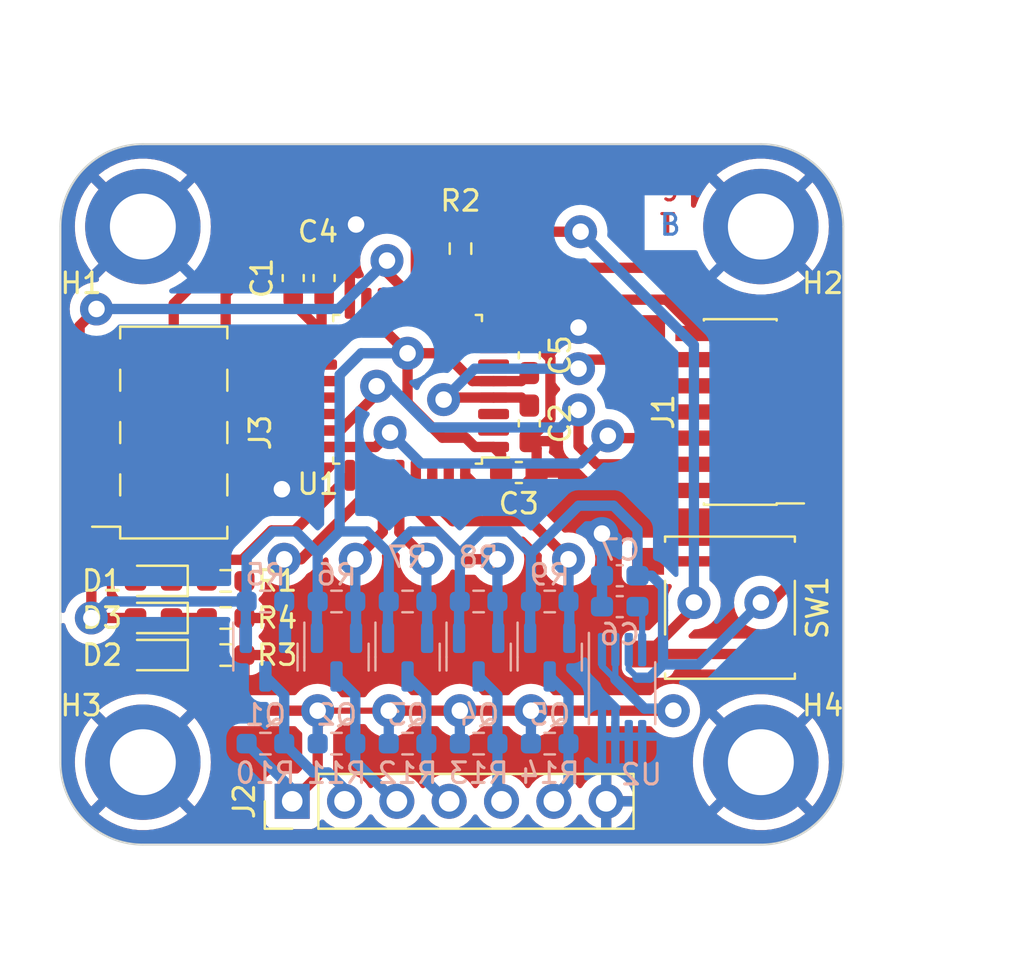
<source format=kicad_pcb>
(kicad_pcb (version 20221018) (generator pcbnew)
  (layers (0 "F.Cu" signal) (31 "B.Cu" signal) (34 "B.Paste" user) (35 "F.Paste" user) (36 "B.SilkS" user "B.Silkscreen") (37 "F.SilkS" user "F.Silkscreen") (38 "B.Mask" user) (39 "F.Mask" user) (44 "Edge.Cuts" user))
  (net 0 "")
  (net 1 "+5V-v0-")
  (net 2 "GND-v0-")
  (net 3 "+3.3V-v0-")
  (net 4 "Net-(D1-K)-v0-")
  (net 6 "Net-(D3-K)-v0-")
  (net 7 "Status_LED-v0-")
  (net 8 "Data_Clock_SNES-v0-")
  (net 9 "Data_Latch_SNES-v0-")
  (net 10 "Net-(D2-K)-v0-")
  (net 11 "Serial_Data1_SNES-v0-")
  (net 12 "Serial_Data2_SNES-v0-")
  (net 13 "SPI_Chip_Select-v0-")
  (net 14 "Chip_Enable-v0-")
  (net 15 "SPI_Digital_Input-v0-")
  (net 16 "SPI_Clock-v0-")
  (net 17 "SPI_Digital_Output-v0-")
  (net 18 "IOBit_SNES-v0-")
  (net 19 "Data_Clock_STM32-v0-")
  (net 20 "Data_Latch_STM32-v0-")
  (net 21 "Appairing_Btn-v0-")
  (net 22 "Net-(U2-BP)-v0-")
  (net 23 "SWDIO-v0-")
  (net 24 "SWDCK-v0-")
  (net 27 "NRST-v0-")
  (net 28 "USART2_RX-v0-")
  (net 29 "USART2_TX-v0-")
  (net 30 "Serial_Data1_STM32-v0-")
  (net 31 "IOBit_STM32-v0-")
  (net 32 "Serial_Data2_STM32-v0-")
  (footprint "Connector_PinSocket_2.54mm:PinSocket_2x04_P2.54mm_Vertical_SMD" (layer "F.Cu") (at 6.5 15 180)
    (fp_text reference "J3" (at -4.2 0 90) (layer "F.SilkS"))
    (fp_text value "Conn_01x08_Socket")
    (pad "1" smd rect (at 2.52 -3.81 180) (size 3 1) (layers "F.Cu" "F.Paste" "F.Mask") (net 3 "+3.3V-v0-"))
    (pad "2" smd rect (at -2.52 -3.81 180) (size 3 1) (layers "F.Cu" "F.Paste" "F.Mask") (net 2 "GND-v0-"))
    (pad "3" smd rect (at 2.52 -1.27 180) (size 3 1) (layers "F.Cu" "F.Paste" "F.Mask") (net 13 "SPI_Chip_Select-v0-"))
    (pad "4" smd rect (at -2.52 -1.27 180) (size 3 1) (layers "F.Cu" "F.Paste" "F.Mask") (net 14 "Chip_Enable-v0-"))
    (pad "5" smd rect (at 2.52 1.27 180) (size 3 1) (layers "F.Cu" "F.Paste" "F.Mask") (net 17 "SPI_Digital_Output-v0-"))
    (pad "6" smd rect (at -2.52 1.27 180) (size 3 1) (layers "F.Cu" "F.Paste" "F.Mask") (net 16 "SPI_Clock-v0-"))
    (pad "7" smd rect (at 2.52 3.81 180) (size 3 1) (layers "F.Cu" "F.Paste" "F.Mask"))
    (pad "8" smd rect (at -2.52 3.81 180) (size 3 1) (layers "F.Cu" "F.Paste" "F.Mask") (net 15 "SPI_Digital_Input-v0-"))
  )
  (footprint "Capacitor_SMD:C_0603_1608Metric_Pad1.08x0.95mm_HandSolder" (layer "F.Cu") (at 12.3 7.5 90)
    (fp_text reference "C1" (at 0 -1.52 90) (layer "F.SilkS"))
    (fp_text value "10u")
    (pad "1" smd roundrect (at -0.8625 0 90) (size 1.075 0.95) (layers "F.Cu" "F.Paste" "F.Mask") (net 3 "+3.3V-v0-"))
    (pad "2" smd roundrect (at 0.8625 0 90) (size 1.075 0.95) (layers "F.Cu" "F.Paste" "F.Mask") (net 2 "GND-v0-"))
  )
  (footprint "Resistor_SMD:R_0603_1608Metric_Pad0.98x0.95mm_HandSolder" (layer "F.Cu") (at 9.01875 25.8)
    (fp_text reference "R3" (at 2.5 0) (layer "F.SilkS"))
    (fp_text value "1k")
    (pad "1" smd roundrect (at -0.9125 0) (size 0.975 0.95) (layers "F.Cu" "F.Paste" "F.Mask") (net 10 "Net-(D2-K)-v0-"))
    (pad "2" smd roundrect (at 0.9125 0) (size 0.975 0.95) (layers "F.Cu" "F.Paste" "F.Mask") (net 2 "GND-v0-"))
  )
  (footprint "Diode_SMD:D_0603_1608Metric_Pad1.05x0.95mm_HandSolder" (layer "F.Cu") (at 5.51875 22.2 180)
    (fp_text reference "D1" (at 2.5 0) (layer "F.SilkS"))
    (fp_text value "LED_Small")
    (pad "1" smd roundrect (at -0.875 0 180) (size 1.05 0.95) (layers "F.Cu" "F.Paste" "F.Mask") (net 4 "Net-(D1-K)-v0-"))
    (pad "2" smd roundrect (at 0.875 0 180) (size 1.05 0.95) (layers "F.Cu" "F.Paste" "F.Mask") (net 7 "Status_LED-v0-"))
  )
  (footprint "Resistor_SMD:R_0603_1608Metric_Pad0.98x0.95mm_HandSolder" (layer "F.Cu") (at 20.42 6.07 90)
    (fp_text reference "R2" (at 2.32 0 180) (layer "F.SilkS"))
    (fp_text value "10k")
    (pad "1" smd roundrect (at -0.9125 0 90) (size 0.975 0.95) (layers "F.Cu" "F.Paste" "F.Mask") (net 21 "Appairing_Btn-v0-"))
    (pad "2" smd roundrect (at 0.9125 0 90) (size 0.975 0.95) (layers "F.Cu" "F.Paste" "F.Mask") (net 2 "GND-v0-"))
  )
  (footprint "MountingHole:MountingHole_3.2mm_M3_DIN965_Pad" (layer "F.Cu") (at 35 5)
    (fp_text reference "H2" (at 3 2.75) (layer "F.SilkS"))
    (fp_text value "MountingHole_Pad")
    (pad "1" thru_hole circle (at 0 0) (size 5.6 5.6) (drill 3.2) (layers "*.Cu" "*.Mask") (net 2 "GND-v0-"))
  )
  (footprint "Package_QFP:LQFP-32_7x7mm_P0.8mm" (layer "F.Cu") (at 17.85 12.9 180)
    (fp_text reference "U1" (at 4.35 -4.6) (layer "F.SilkS"))
    (fp_text value "STM32L412KBTx")
    (pad "1" smd roundrect (at -4.175 -2.8 180) (size 1.5 0.5) (layers "F.Cu" "F.Paste" "F.Mask") (net 3 "+3.3V-v0-"))
    (pad "2" smd roundrect (at -4.175 -2 180) (size 1.5 0.5) (layers "F.Cu" "F.Paste" "F.Mask"))
    (pad "3" smd roundrect (at -4.175 -1.2 180) (size 1.5 0.5) (layers "F.Cu" "F.Paste" "F.Mask"))
    (pad "4" smd roundrect (at -4.175 -0.4 180) (size 1.5 0.5) (layers "F.Cu" "F.Paste" "F.Mask") (net 27 "NRST-v0-"))
    (pad "5" smd roundrect (at -4.175 0.4 180) (size 1.5 0.5) (layers "F.Cu" "F.Paste" "F.Mask") (net 3 "+3.3V-v0-"))
    (pad "6" smd roundrect (at -4.175 1.2 180) (size 1.5 0.5) (layers "F.Cu" "F.Paste" "F.Mask"))
    (pad "7" smd roundrect (at -4.175 2 180) (size 1.5 0.5) (layers "F.Cu" "F.Paste" "F.Mask"))
    (pad "8" smd roundrect (at -4.175 2.8 180) (size 1.5 0.5) (layers "F.Cu" "F.Paste" "F.Mask") (net 29 "USART2_TX-v0-"))
    (pad "9" smd roundrect (at -2.8 4.175 180) (size 0.5 1.5) (layers "F.Cu" "F.Paste" "F.Mask") (net 28 "USART2_RX-v0-"))
    (pad "10" smd roundrect (at -2 4.175 180) (size 0.5 1.5) (layers "F.Cu" "F.Paste" "F.Mask") (net 21 "Appairing_Btn-v0-"))
    (pad "11" smd roundrect (at -1.2 4.175 180) (size 0.5 1.5) (layers "F.Cu" "F.Paste" "F.Mask") (net 16 "SPI_Clock-v0-"))
    (pad "12" smd roundrect (at -0.4 4.175 180) (size 0.5 1.5) (layers "F.Cu" "F.Paste" "F.Mask") (net 15 "SPI_Digital_Input-v0-"))
    (pad "13" smd roundrect (at 0.4 4.175 180) (size 0.5 1.5) (layers "F.Cu" "F.Paste" "F.Mask") (net 17 "SPI_Digital_Output-v0-"))
    (pad "14" smd roundrect (at 1.2 4.175 180) (size 0.5 1.5) (layers "F.Cu" "F.Paste" "F.Mask"))
    (pad "15" smd roundrect (at 2 4.175 180) (size 0.5 1.5) (layers "F.Cu" "F.Paste" "F.Mask"))
    (pad "16" smd roundrect (at 2.8 4.175 180) (size 0.5 1.5) (layers "F.Cu" "F.Paste" "F.Mask") (net 2 "GND-v0-"))
    (pad "17" smd roundrect (at 4.175 2.8 180) (size 1.5 0.5) (layers "F.Cu" "F.Paste" "F.Mask") (net 3 "+3.3V-v0-"))
    (pad "18" smd roundrect (at 4.175 2 180) (size 1.5 0.5) (layers "F.Cu" "F.Paste" "F.Mask") (net 13 "SPI_Chip_Select-v0-"))
    (pad "19" smd roundrect (at 4.175 1.2 180) (size 1.5 0.5) (layers "F.Cu" "F.Paste" "F.Mask") (net 14 "Chip_Enable-v0-"))
    (pad "20" smd roundrect (at 4.175 0.4 180) (size 1.5 0.5) (layers "F.Cu" "F.Paste" "F.Mask"))
    (pad "21" smd roundrect (at 4.175 -0.4 180) (size 1.5 0.5) (layers "F.Cu" "F.Paste" "F.Mask"))
    (pad "22" smd roundrect (at 4.175 -1.2 180) (size 1.5 0.5) (layers "F.Cu" "F.Paste" "F.Mask"))
    (pad "23" smd roundrect (at 4.175 -2 180) (size 1.5 0.5) (layers "F.Cu" "F.Paste" "F.Mask") (net 23 "SWDIO-v0-"))
    (pad "24" smd roundrect (at 4.175 -2.8 180) (size 1.5 0.5) (layers "F.Cu" "F.Paste" "F.Mask") (net 24 "SWDCK-v0-"))
    (pad "25" smd roundrect (at 2.8 -4.175 180) (size 0.5 1.5) (layers "F.Cu" "F.Paste" "F.Mask") (net 7 "Status_LED-v0-"))
    (pad "26" smd roundrect (at 2 -4.175 180) (size 0.5 1.5) (layers "F.Cu" "F.Paste" "F.Mask") (net 19 "Data_Clock_STM32-v0-"))
    (pad "27" smd roundrect (at 1.2 -4.175 180) (size 0.5 1.5) (layers "F.Cu" "F.Paste" "F.Mask") (net 20 "Data_Latch_STM32-v0-"))
    (pad "28" smd roundrect (at 0.4 -4.175 180) (size 0.5 1.5) (layers "F.Cu" "F.Paste" "F.Mask") (net 30 "Serial_Data1_STM32-v0-"))
    (pad "29" smd roundrect (at -0.4 -4.175 180) (size 0.5 1.5) (layers "F.Cu" "F.Paste" "F.Mask") (net 32 "Serial_Data2_STM32-v0-"))
    (pad "30" smd roundrect (at -1.2 -4.175 180) (size 0.5 1.5) (layers "F.Cu" "F.Paste" "F.Mask") (net 31 "IOBit_STM32-v0-"))
    (pad "31" smd roundrect (at -2 -4.175 180) (size 0.5 1.5) (layers "F.Cu" "F.Paste" "F.Mask"))
    (pad "32" smd roundrect (at -2.8 -4.175 180) (size 0.5 1.5) (layers "F.Cu" "F.Paste" "F.Mask") (net 2 "GND-v0-"))
  )
  (footprint "Resistor_SMD:R_0603_1608Metric_Pad0.98x0.95mm_HandSolder" (layer "F.Cu") (at 9.01875 24)
    (fp_text reference "R4" (at 2.5 0) (layer "F.SilkS"))
    (fp_text value "1k")
    (pad "1" smd roundrect (at -0.9125 0) (size 0.975 0.95) (layers "F.Cu" "F.Paste" "F.Mask") (net 6 "Net-(D3-K)-v0-"))
    (pad "2" smd roundrect (at 0.9125 0) (size 0.975 0.95) (layers "F.Cu" "F.Paste" "F.Mask") (net 2 "GND-v0-"))
  )
  (footprint "Connector_PinHeader_1.27mm:PinHeader_2x07_P1.27mm_Vertical_SMD" (layer "F.Cu") (at 34 14 180)
    (fp_text reference "J1" (at 3.73 0 90) (layer "F.SilkS"))
    (fp_text value "Conn_02x07_Odd_Even")
    (pad "1" smd rect (at -1.95 -3.81 180) (size 2.4 0.74) (layers "F.Cu" "F.Paste" "F.Mask"))
    (pad "2" smd rect (at 1.95 -3.81 180) (size 2.4 0.74) (layers "F.Cu" "F.Paste" "F.Mask"))
    (pad "3" smd rect (at -1.95 -2.54 180) (size 2.4 0.74) (layers "F.Cu" "F.Paste" "F.Mask") (net 3 "+3.3V-v0-"))
    (pad "4" smd rect (at 1.95 -2.54 180) (size 2.4 0.74) (layers "F.Cu" "F.Paste" "F.Mask") (net 23 "SWDIO-v0-"))
    (pad "5" smd rect (at -1.95 -1.27 180) (size 2.4 0.74) (layers "F.Cu" "F.Paste" "F.Mask") (net 2 "GND-v0-"))
    (pad "6" smd rect (at 1.95 -1.27 180) (size 2.4 0.74) (layers "F.Cu" "F.Paste" "F.Mask") (net 24 "SWDCK-v0-"))
    (pad "7" smd rect (at -1.95 0 180) (size 2.4 0.74) (layers "F.Cu" "F.Paste" "F.Mask") (net 2 "GND-v0-"))
    (pad "8" smd rect (at 1.95 0 180) (size 2.4 0.74) (layers "F.Cu" "F.Paste" "F.Mask"))
    (pad "9" smd rect (at -1.95 1.27 180) (size 2.4 0.74) (layers "F.Cu" "F.Paste" "F.Mask"))
    (pad "10" smd rect (at 1.95 1.27 180) (size 2.4 0.74) (layers "F.Cu" "F.Paste" "F.Mask"))
    (pad "11" smd rect (at -1.95 2.54 180) (size 2.4 0.74) (layers "F.Cu" "F.Paste" "F.Mask") (net 2 "GND-v0-"))
    (pad "12" smd rect (at 1.95 2.54 180) (size 2.4 0.74) (layers "F.Cu" "F.Paste" "F.Mask") (net 27 "NRST-v0-"))
    (pad "13" smd rect (at -1.95 3.81 180) (size 2.4 0.74) (layers "F.Cu" "F.Paste" "F.Mask") (net 28 "USART2_RX-v0-"))
    (pad "14" smd rect (at 1.95 3.81 180) (size 2.4 0.74) (layers "F.Cu" "F.Paste" "F.Mask") (net 29 "USART2_TX-v0-"))
  )
  (footprint "MountingHole:MountingHole_3.2mm_M3_DIN965_Pad" (layer "F.Cu") (at 35 31)
    (fp_text reference "H4" (at 3 -2.75) (layer "F.SilkS"))
    (fp_text value "MountingHole_Pad")
    (pad "1" thru_hole circle (at 0 0) (size 5.6 5.6) (drill 3.2) (layers "*.Cu" "*.Mask") (net 2 "GND-v0-"))
  )
  (footprint "MountingHole:MountingHole_3.2mm_M3_DIN965_Pad" (layer "F.Cu") (at 5 5)
    (fp_text reference "H1" (at -3 2.75) (layer "F.SilkS"))
    (fp_text value "MountingHole_Pad")
    (pad "1" thru_hole circle (at 0 0) (size 5.6 5.6) (drill 3.2) (layers "*.Cu" "*.Mask") (net 2 "GND-v0-"))
  )
  (footprint "Resistor_SMD:R_0603_1608Metric_Pad0.98x0.95mm_HandSolder" (layer "F.Cu") (at 9.01875 22.2)
    (fp_text reference "R1" (at 2.5 0) (layer "F.SilkS"))
    (fp_text value "1k")
    (pad "1" smd roundrect (at -0.9125 0) (size 0.975 0.95) (layers "F.Cu" "F.Paste" "F.Mask") (net 4 "Net-(D1-K)-v0-"))
    (pad "2" smd roundrect (at 0.9125 0) (size 0.975 0.95) (layers "F.Cu" "F.Paste" "F.Mask") (net 2 "GND-v0-"))
  )
  (footprint "Button_Switch_SMD:SW_SPST_B3S-1000" (layer "F.Cu") (at 33.5 23.5 180)
    (fp_text reference "SW1" (at -4.25 0 270) (layer "F.SilkS"))
    (fp_text value "SW_SPST")
    (pad "1" smd rect (at -3.975 -2.25 180) (size 1.55 1.3) (layers "F.Cu" "F.Paste" "F.Mask") (net 21 "Appairing_Btn-v0-"))
    (pad "1" smd rect (at 3.975 -2.25 180) (size 1.55 1.3) (layers "F.Cu" "F.Paste" "F.Mask") (net 21 "Appairing_Btn-v0-"))
    (pad "2" smd rect (at -3.975 2.25 180) (size 1.55 1.3) (layers "F.Cu" "F.Paste" "F.Mask") (net 3 "+3.3V-v0-"))
    (pad "2" smd rect (at 3.975 2.25 180) (size 1.55 1.3) (layers "F.Cu" "F.Paste" "F.Mask") (net 3 "+3.3V-v0-"))
  )
  (footprint "Capacitor_SMD:C_0603_1608Metric_Pad1.08x0.95mm_HandSolder" (layer "F.Cu") (at 23.2525 16.94)
    (fp_text reference "C3" (at -0.0025 1.51) (layer "F.SilkS"))
    (fp_text value "100n")
    (pad "1" smd roundrect (at -0.8625 0) (size 1.075 0.95) (layers "F.Cu" "F.Paste" "F.Mask") (net 3 "+3.3V-v0-"))
    (pad "2" smd roundrect (at 0.8625 0) (size 1.075 0.95) (layers "F.Cu" "F.Paste" "F.Mask") (net 2 "GND-v0-"))
  )
  (footprint "Connector_PinHeader_2.54mm:PinHeader_1x07_P2.54mm_Vertical" (layer "F.Cu") (at 12.25 32.9 90)
    (fp_text reference "J2" (at 0 -2.33 90) (layer "F.SilkS"))
    (fp_text value "Conn_01x07_Socket")
    (pad "1" thru_hole rect (at 0 0 90) (size 1.7 1.7) (drill 1) (layers "*.Cu" "*.Mask") (net 1 "+5V-v0-"))
    (pad "2" thru_hole oval (at 0 2.54 90) (size 1.7 1.7) (drill 1) (layers "*.Cu" "*.Mask") (net 8 "Data_Clock_SNES-v0-"))
    (pad "3" thru_hole oval (at 0 5.08 90) (size 1.7 1.7) (drill 1) (layers "*.Cu" "*.Mask") (net 9 "Data_Latch_SNES-v0-"))
    (pad "4" thru_hole oval (at 0 7.62 90) (size 1.7 1.7) (drill 1) (layers "*.Cu" "*.Mask") (net 11 "Serial_Data1_SNES-v0-"))
    (pad "5" thru_hole oval (at 0 10.16 90) (size 1.7 1.7) (drill 1) (layers "*.Cu" "*.Mask") (net 12 "Serial_Data2_SNES-v0-"))
    (pad "6" thru_hole oval (at 0 12.7 90) (size 1.7 1.7) (drill 1) (layers "*.Cu" "*.Mask") (net 18 "IOBit_SNES-v0-"))
    (pad "7" thru_hole oval (at 0 15.24 90) (size 1.7 1.7) (drill 1) (layers "*.Cu" "*.Mask") (net 2 "GND-v0-"))
  )
  (footprint "Capacitor_SMD:C_0603_1608Metric_Pad1.08x0.95mm_HandSolder" (layer "F.Cu") (at 23.76 14.5525 90)
    (fp_text reference "C2" (at 0 1.5 90) (layer "F.SilkS"))
    (fp_text value "100n")
    (pad "1" smd roundrect (at -0.8625 0 90) (size 1.075 0.95) (layers "F.Cu" "F.Paste" "F.Mask") (net 2 "GND-v0-"))
    (pad "2" smd roundrect (at 0.8625 0 90) (size 1.075 0.95) (layers "F.Cu" "F.Paste" "F.Mask") (net 27 "NRST-v0-"))
  )
  (footprint "Capacitor_SMD:C_0603_1608Metric_Pad1.08x0.95mm_HandSolder" (layer "F.Cu") (at 13.8 7.5 90)
    (fp_text reference "C4" (at 2.25 -0.3 180) (layer "F.SilkS"))
    (fp_text value "100n")
    (pad "1" smd roundrect (at -0.8625 0 90) (size 1.075 0.95) (layers "F.Cu" "F.Paste" "F.Mask") (net 3 "+3.3V-v0-"))
    (pad "2" smd roundrect (at 0.8625 0 90) (size 1.075 0.95) (layers "F.Cu" "F.Paste" "F.Mask") (net 2 "GND-v0-"))
  )
  (footprint "Diode_SMD:D_0603_1608Metric_Pad1.05x0.95mm_HandSolder" (layer "F.Cu") (at 5.51875 25.8 180)
    (fp_text reference "D2" (at 2.5 0) (layer "F.SilkS"))
    (fp_text value "LED_Small")
    (pad "1" smd roundrect (at -0.875 0 180) (size 1.05 0.95) (layers "F.Cu" "F.Paste" "F.Mask") (net 10 "Net-(D2-K)-v0-"))
    (pad "2" smd roundrect (at 0.875 0 180) (size 1.05 0.95) (layers "F.Cu" "F.Paste" "F.Mask") (net 1 "+5V-v0-"))
  )
  (footprint "Diode_SMD:D_0603_1608Metric_Pad1.05x0.95mm_HandSolder" (layer "F.Cu") (at 5.51875 24 180)
    (fp_text reference "D3" (at 2.5 0) (layer "F.SilkS"))
    (fp_text value "LED")
    (pad "1" smd roundrect (at -0.875 0 180) (size 1.05 0.95) (layers "F.Cu" "F.Paste" "F.Mask") (net 6 "Net-(D3-K)-v0-"))
    (pad "2" smd roundrect (at 0.875 0 180) (size 1.05 0.95) (layers "F.Cu" "F.Paste" "F.Mask") (net 3 "+3.3V-v0-"))
  )
  (footprint "Capacitor_SMD:C_0603_1608Metric_Pad1.08x0.95mm_HandSolder" (layer "F.Cu") (at 23.76 11.25 90)
    (fp_text reference "C5" (at 0 1.5 90) (layer "F.SilkS"))
    (fp_text value "100n")
    (pad "1" smd roundrect (at -0.8625 0 90) (size 1.075 0.95) (layers "F.Cu" "F.Paste" "F.Mask") (net 3 "+3.3V-v0-"))
    (pad "2" smd roundrect (at 0.8625 0 90) (size 1.075 0.95) (layers "F.Cu" "F.Paste" "F.Mask") (net 2 "GND-v0-"))
  )
  (footprint "MountingHole:MountingHole_3.2mm_M3_DIN965_Pad" (layer "F.Cu") (at 5 31)
    (fp_text reference "H3" (at -3 -2.75) (layer "F.SilkS"))
    (fp_text value "MountingHole_Pad")
    (pad "1" thru_hole circle (at 0 0) (size 5.6 5.6) (drill 3.2) (layers "*.Cu" "*.Mask") (net 2 "GND-v0-"))
  )
  (footprint "Resistor_SMD:R_0603_1608Metric_Pad0.98x0.95mm_HandSolder" (layer "B.Cu") (at 24.75 23.2)
    (fp_text reference "R9" (at 0 -1.3) (layer "B.SilkS") (effects (justify mirror)))
    (fp_text value "10k")
    (pad "1" smd roundrect (at -0.9125 0) (size 0.975 0.95) (layers "B.Cu" "B.Paste" "B.Mask") (net 3 "+3.3V-v0-"))
    (pad "2" smd roundrect (at 0.9125 0) (size 0.975 0.95) (layers "B.Cu" "B.Paste" "B.Mask") (net 31 "IOBit_STM32-v0-"))
  )
  (footprint "Resistor_SMD:R_0603_1608Metric_Pad0.98x0.95mm_HandSolder" (layer "B.Cu") (at 10.95 23.2)
    (fp_text reference "R5" (at 0 -1.3) (layer "B.SilkS") (effects (justify mirror)))
    (fp_text value "10k")
    (pad "1" smd roundrect (at -0.9125 0) (size 0.975 0.95) (layers "B.Cu" "B.Paste" "B.Mask") (net 3 "+3.3V-v0-"))
    (pad "2" smd roundrect (at 0.9125 0) (size 0.975 0.95) (layers "B.Cu" "B.Paste" "B.Mask") (net 19 "Data_Clock_STM32-v0-"))
  )
  (footprint "Capacitor_SMD:C_0603_1608Metric_Pad1.08x0.95mm_HandSolder" (layer "B.Cu") (at 28.15 21.95 180)
    (fp_text reference "C7" (at 0 1.25) (layer "B.SilkS") (effects (justify mirror)))
    (fp_text value "2.2u")
    (pad "1" smd roundrect (at -0.8625 0 180) (size 1.075 0.95) (layers "B.Cu" "B.Paste" "B.Mask") (net 3 "+3.3V-v0-"))
    (pad "2" smd roundrect (at 0.8625 0 180) (size 1.075 0.95) (layers "B.Cu" "B.Paste" "B.Mask") (net 2 "GND-v0-"))
  )
  (footprint "Package_TO_SOT_SMD:SOT-23" (layer "B.Cu") (at 10.95 25.9 -90)
    (fp_text reference "Q1" (at 2.8 0) (layer "B.SilkS") (effects (justify mirror)))
    (fp_text value "2N7002")
    (pad "1" smd roundrect (at -0.9375 0.95 270) (size 1.475 0.6) (layers "B.Cu" "B.Paste" "B.Mask") (net 3 "+3.3V-v0-"))
    (pad "2" smd roundrect (at -0.9375 -0.95 270) (size 1.475 0.6) (layers "B.Cu" "B.Paste" "B.Mask") (net 19 "Data_Clock_STM32-v0-"))
    (pad "3" smd roundrect (at 0.9375 0 270) (size 1.475 0.6) (layers "B.Cu" "B.Paste" "B.Mask") (net 8 "Data_Clock_SNES-v0-"))
  )
  (footprint "Package_TO_SOT_SMD:SOT-23" (layer "B.Cu") (at 14.4 25.9 -90)
    (fp_text reference "Q2" (at 2.8 0) (layer "B.SilkS") (effects (justify mirror)))
    (fp_text value "2N7002")
    (pad "1" smd roundrect (at -0.9375 0.95 270) (size 1.475 0.6) (layers "B.Cu" "B.Paste" "B.Mask") (net 3 "+3.3V-v0-"))
    (pad "2" smd roundrect (at -0.9375 -0.95 270) (size 1.475 0.6) (layers "B.Cu" "B.Paste" "B.Mask") (net 20 "Data_Latch_STM32-v0-"))
    (pad "3" smd roundrect (at 0.9375 0 270) (size 1.475 0.6) (layers "B.Cu" "B.Paste" "B.Mask") (net 9 "Data_Latch_SNES-v0-"))
  )
  (footprint "Resistor_SMD:R_0603_1608Metric_Pad0.98x0.95mm_HandSolder" (layer "B.Cu") (at 10.95 30.1)
    (fp_text reference "R10" (at 0 1.43) (layer "B.SilkS") (effects (justify mirror)))
    (fp_text value "10k")
    (pad "1" smd roundrect (at -0.9125 0) (size 0.975 0.95) (layers "B.Cu" "B.Paste" "B.Mask") (net 1 "+5V-v0-"))
    (pad "2" smd roundrect (at 0.9125 0) (size 0.975 0.95) (layers "B.Cu" "B.Paste" "B.Mask") (net 8 "Data_Clock_SNES-v0-"))
  )
  (footprint "Package_SO:MSOP-8_3x3mm_P0.65mm" (layer "B.Cu") (at 28.2625 27.65 -90)
    (fp_text reference "U2" (at 3.95 -0.9375) (layer "B.SilkS") (effects (justify mirror)))
    (fp_text value "MIC5219-3.3YMM")
    (pad "1" smd roundrect (at -2.1125 0.975 270) (size 1.625 0.4) (layers "B.Cu" "B.Paste" "B.Mask") (net 1 "+5V-v0-"))
    (pad "2" smd roundrect (at -2.1125 0.325 270) (size 1.625 0.4) (layers "B.Cu" "B.Paste" "B.Mask") (net 1 "+5V-v0-"))
    (pad "3" smd roundrect (at -2.1125 -0.325 270) (size 1.625 0.4) (layers "B.Cu" "B.Paste" "B.Mask") (net 3 "+3.3V-v0-"))
    (pad "4" smd roundrect (at -2.1125 -0.975 270) (size 1.625 0.4) (layers "B.Cu" "B.Paste" "B.Mask") (net 22 "Net-(U2-BP)-v0-"))
    (pad "5" smd roundrect (at 2.1125 -0.975 270) (size 1.625 0.4) (layers "B.Cu" "B.Paste" "B.Mask") (net 2 "GND-v0-"))
    (pad "6" smd roundrect (at 2.1125 -0.325 270) (size 1.625 0.4) (layers "B.Cu" "B.Paste" "B.Mask") (net 2 "GND-v0-"))
    (pad "7" smd roundrect (at 2.1125 0.325 270) (size 1.625 0.4) (layers "B.Cu" "B.Paste" "B.Mask") (net 2 "GND-v0-"))
    (pad "8" smd roundrect (at 2.1125 0.975 270) (size 1.625 0.4) (layers "B.Cu" "B.Paste" "B.Mask") (net 2 "GND-v0-"))
  )
  (footprint "Package_TO_SOT_SMD:SOT-23" (layer "B.Cu") (at 17.85 25.9 -90)
    (fp_text reference "Q3" (at 2.8 0) (layer "B.SilkS") (effects (justify mirror)))
    (fp_text value "2N7002")
    (pad "1" smd roundrect (at -0.9375 0.95 270) (size 1.475 0.6) (layers "B.Cu" "B.Paste" "B.Mask") (net 3 "+3.3V-v0-"))
    (pad "2" smd roundrect (at -0.9375 -0.95 270) (size 1.475 0.6) (layers "B.Cu" "B.Paste" "B.Mask") (net 30 "Serial_Data1_STM32-v0-"))
    (pad "3" smd roundrect (at 0.9375 0 270) (size 1.475 0.6) (layers "B.Cu" "B.Paste" "B.Mask") (net 11 "Serial_Data1_SNES-v0-"))
  )
  (footprint "Resistor_SMD:R_0603_1608Metric_Pad0.98x0.95mm_HandSolder" (layer "B.Cu") (at 14.4 30.1)
    (fp_text reference "R11" (at 0 1.43) (layer "B.SilkS") (effects (justify mirror)))
    (fp_text value "10k")
    (pad "1" smd roundrect (at -0.9125 0) (size 0.975 0.95) (layers "B.Cu" "B.Paste" "B.Mask") (net 1 "+5V-v0-"))
    (pad "2" smd roundrect (at 0.9125 0) (size 0.975 0.95) (layers "B.Cu" "B.Paste" "B.Mask") (net 9 "Data_Latch_SNES-v0-"))
  )
  (footprint "Package_TO_SOT_SMD:SOT-23" (layer "B.Cu") (at 24.75 25.9 -90)
    (fp_text reference "Q5" (at 2.8 0) (layer "B.SilkS") (effects (justify mirror)))
    (fp_text value "2N7002")
    (pad "1" smd roundrect (at -0.9375 0.95 270) (size 1.475 0.6) (layers "B.Cu" "B.Paste" "B.Mask") (net 3 "+3.3V-v0-"))
    (pad "2" smd roundrect (at -0.9375 -0.95 270) (size 1.475 0.6) (layers "B.Cu" "B.Paste" "B.Mask") (net 31 "IOBit_STM32-v0-"))
    (pad "3" smd roundrect (at 0.9375 0 270) (size 1.475 0.6) (layers "B.Cu" "B.Paste" "B.Mask") (net 18 "IOBit_SNES-v0-"))
  )
  (footprint "Resistor_SMD:R_0603_1608Metric_Pad0.98x0.95mm_HandSolder" (layer "B.Cu") (at 17.85 30.1)
    (fp_text reference "R12" (at 0 1.43) (layer "B.SilkS") (effects (justify mirror)))
    (fp_text value "10k")
    (pad "1" smd roundrect (at -0.9125 0) (size 0.975 0.95) (layers "B.Cu" "B.Paste" "B.Mask") (net 1 "+5V-v0-"))
    (pad "2" smd roundrect (at 0.9125 0) (size 0.975 0.95) (layers "B.Cu" "B.Paste" "B.Mask") (net 11 "Serial_Data1_SNES-v0-"))
  )
  (footprint "Resistor_SMD:R_0603_1608Metric_Pad0.98x0.95mm_HandSolder" (layer "B.Cu") (at 17.85 23.2)
    (fp_text reference "R7" (at 0 -2.15) (layer "B.SilkS") (effects (justify mirror)))
    (fp_text value "10k")
    (pad "1" smd roundrect (at -0.9125 0) (size 0.975 0.95) (layers "B.Cu" "B.Paste" "B.Mask") (net 3 "+3.3V-v0-"))
    (pad "2" smd roundrect (at 0.9125 0) (size 0.975 0.95) (layers "B.Cu" "B.Paste" "B.Mask") (net 30 "Serial_Data1_STM32-v0-"))
  )
  (footprint "Resistor_SMD:R_0603_1608Metric_Pad0.98x0.95mm_HandSolder" (layer "B.Cu") (at 14.4 23.2)
    (fp_text reference "R6" (at 0 -1.3) (layer "B.SilkS") (effects (justify mirror)))
    (fp_text value "10k")
    (pad "1" smd roundrect (at -0.9125 0) (size 0.975 0.95) (layers "B.Cu" "B.Paste" "B.Mask") (net 3 "+3.3V-v0-"))
    (pad "2" smd roundrect (at 0.9125 0) (size 0.975 0.95) (layers "B.Cu" "B.Paste" "B.Mask") (net 20 "Data_Latch_STM32-v0-"))
  )
  (footprint "Resistor_SMD:R_0603_1608Metric_Pad0.98x0.95mm_HandSolder" (layer "B.Cu") (at 21.3 30.1)
    (fp_text reference "R13" (at 0 1.43) (layer "B.SilkS") (effects (justify mirror)))
    (fp_text value "10k")
    (pad "1" smd roundrect (at -0.9125 0) (size 0.975 0.95) (layers "B.Cu" "B.Paste" "B.Mask") (net 1 "+5V-v0-"))
    (pad "2" smd roundrect (at 0.9125 0) (size 0.975 0.95) (layers "B.Cu" "B.Paste" "B.Mask") (net 12 "Serial_Data2_SNES-v0-"))
  )
  (footprint "Resistor_SMD:R_0603_1608Metric_Pad0.98x0.95mm_HandSolder" (layer "B.Cu") (at 21.3 23.2)
    (fp_text reference "R8" (at 0 -2.15) (layer "B.SilkS") (effects (justify mirror)))
    (fp_text value "10k")
    (pad "1" smd roundrect (at -0.9125 0) (size 0.975 0.95) (layers "B.Cu" "B.Paste" "B.Mask") (net 3 "+3.3V-v0-"))
    (pad "2" smd roundrect (at 0.9125 0) (size 0.975 0.95) (layers "B.Cu" "B.Paste" "B.Mask") (net 32 "Serial_Data2_STM32-v0-"))
  )
  (footprint "Resistor_SMD:R_0603_1608Metric_Pad0.98x0.95mm_HandSolder" (layer "B.Cu") (at 24.75 30.1)
    (fp_text reference "R14" (at 0 1.43) (layer "B.SilkS") (effects (justify mirror)))
    (fp_text value "10k")
    (pad "1" smd roundrect (at -0.9125 0) (size 0.975 0.95) (layers "B.Cu" "B.Paste" "B.Mask") (net 1 "+5V-v0-"))
    (pad "2" smd roundrect (at 0.9125 0) (size 0.975 0.95) (layers "B.Cu" "B.Paste" "B.Mask") (net 18 "IOBit_SNES-v0-"))
  )
  (footprint "Capacitor_SMD:C_0603_1608Metric_Pad1.08x0.95mm_HandSolder" (layer "B.Cu") (at 28.15 23.45 180)
    (fp_text reference "C6" (at 0 -1.35) (layer "B.SilkS") (effects (justify mirror)))
    (fp_text value "470p")
    (pad "1" smd roundrect (at -0.8625 0 180) (size 1.075 0.95) (layers "B.Cu" "B.Paste" "B.Mask") (net 22 "Net-(U2-BP)-v0-"))
    (pad "2" smd roundrect (at 0.8625 0 180) (size 1.075 0.95) (layers "B.Cu" "B.Paste" "B.Mask") (net 2 "GND-v0-"))
  )
  (footprint "Package_TO_SOT_SMD:SOT-23" (layer "B.Cu") (at 21.3 25.9 -90)
    (fp_text reference "Q4" (at 2.8 0) (layer "B.SilkS") (effects (justify mirror)))
    (fp_text value "2N7002")
    (pad "1" smd roundrect (at -0.9375 0.95 270) (size 1.475 0.6) (layers "B.Cu" "B.Paste" "B.Mask") (net 3 "+3.3V-v0-"))
    (pad "2" smd roundrect (at -0.9375 -0.95 270) (size 1.475 0.6) (layers "B.Cu" "B.Paste" "B.Mask") (net 32 "Serial_Data2_STM32-v0-"))
    (pad "3" smd roundrect (at 0.9375 0 270) (size 1.475 0.6) (layers "B.Cu" "B.Paste" "B.Mask") (net 12 "Serial_Data2_SNES-v0-"))
  )
  (gr_arc (start 39 31) (mid 37.828427 33.828427) (end 35 35) (stroke (width 0.1)) (layer "Edge.Cuts"))
  (gr_arc (start 35 1) (mid 37.828427 2.171573) (end 39 5) (stroke (width 0.1)) (layer "Edge.Cuts"))
  (gr_arc (start 1 5) (mid 2.171573 2.171573) (end 5 1) (stroke (width 0.1)) (layer "Edge.Cuts"))
  (gr_line (start 1 31) (end 1 5) (stroke (width 0.1)) (layer "Edge.Cuts"))
  (gr_line (start 39 5) (end 39 31) (stroke (width 0.1)) (layer "Edge.Cuts"))
  (gr_line (start 5 1) (end 35 1) (stroke (width 0.1)) (layer "Edge.Cuts"))
  (gr_arc (start 5 35) (mid 2.171573 33.828427) (end 1 31) (stroke (width 0.1)) (layer "Edge.Cuts"))
  (gr_line (start 35 35) (end 5 35) (stroke (width 0.1)) (layer "Edge.Cuts"))
  (gr_text "SNES Plug" (at 23 3.5) (layer "F.Cu") (effects (font (size 1 1)) (justify left bottom)))
  (gr_text "T" (at 30 5.5) (layer "F.Cu") (effects (font (size 1 1)) (justify left bottom)))
  (gr_text "B" (at 30 5.5) (layer "B.Cu") (effects (font (size 1 1)) (justify left bottom)))
  (segment (start 7.5 27.25) (end 8.75 28.5) (width 0.5) (layer "F.Cu") (net 1))
  (segment (start 8.75 28.5) (end 13.4875 28.5) (width 0.5) (layer "F.Cu") (net 1))
  (segment (start 23.8375 28.5) (end 30.75 28.5) (width 0.5) (layer "F.Cu") (net 1))
  (segment (start 13.4875 28.5) (end 16.9375 28.5) (width 0.3) (layer "F.Cu") (net 1))
  (segment (start 4.64375 25.834561) (end 6.059189 27.25) (width 0.5) (layer "F.Cu") (net 1))
  (segment (start 4.64375 25.8) (end 4.64375 25.834561) (width 0.5) (layer "F.Cu") (net 1))
  (segment (start 13.4875 28.5) (end 13.4875 31.6625) (width 0.5) (layer "F.Cu") (net 1))
  (segment (start 20.3875 28.5) (end 23.8375 28.5) (width 0.5) (layer "F.Cu") (net 1))
  (segment (start 6.059189 27.25) (end 7.5 27.25) (width 0.5) (layer "F.Cu") (net 1))
  (segment (start 13.4875 31.6625) (end 12.25 32.9) (width 0.5) (layer "F.Cu") (net 1))
  (segment (start 20.3875 28.5) (end 16.9375 28.5) (width 0.5) (layer "F.Cu") (net 1))
  (via (at 30.75 28.5) (size 1.6) (drill 0.8) (layers "F.Cu" "B.Cu") (net 1))
  (via (at 16.9375 28.5) (size 1.6) (drill 0.8) (layers "F.Cu" "B.Cu") (net 1))
  (via (at 23.8375 28.5) (size 1.6) (drill 0.8) (layers "F.Cu" "B.Cu") (net 1))
  (via (at 13.4875 28.5) (size 1.6) (drill 0.8) (layers "F.Cu" "B.Cu") (net 1))
  (via (at 20.3875 28.5) (size 1.6) (drill 0.8) (layers "F.Cu" "B.Cu") (net 1))
  (segment (start 30.75 28.5) (end 30.65 28.4) (width 0.5) (layer "B.Cu") (net 1))
  (segment (start 27.2875 26.330761) (end 27.9375 26.980761) (width 0.3) (layer "B.Cu") (net 1))
  (segment (start 20.3875 28.5) (end 20.3875 30.1) (width 0.5) (layer "B.Cu") (net 1))
  (segment (start 27.2875 25.5375) (end 27.2875 26.330761) (width 0.3) (layer "B.Cu") (net 1))
  (segment (start 30.65 28.4) (end 29.356739 28.4) (width 0.5) (layer "B.Cu") (net 1))
  (segment (start 29.356739 28.4) (end 27.9375 26.980761) (width 0.5) (layer "B.Cu") (net 1))
  (segment (start 16.9375 28.5) (end 16.9375 30.1) (width 0.5) (layer "B.Cu") (net 1))
  (segment (start 12.25 32.3125) (end 10.0375 30.1) (width 0.5) (layer "B.Cu") (net 1))
  (segment (start 23.8375 28.5) (end 23.8375 30.1) (width 0.5) (layer "B.Cu") (net 1))
  (segment (start 27.9375 25.5375) (end 27.9375 26.980761) (width 0.3) (layer "B.Cu") (net 1))
  (segment (start 13.4875 30.1) (end 13.4875 28.5) (width 0.5) (layer "B.Cu") (net 1))
  (segment (start 12.25 32.9) (end 12.25 32.3125) (width 0.5) (layer "B.Cu") (net 1))
  (segment (start 24.115 15.77) (end 23.76 15.415) (width 0.5) (layer "F.Cu") (net 2))
  (segment (start 15.05 5.2) (end 15.05 8.725) (width 0.5) (layer "F.Cu") (net 2))
  (segment (start 25.661689 10.3875) (end 23.76 10.3875) (width 0.5) (layer "F.Cu") (net 2))
  (segment (start 10.69 18.81) (end 9.02 18.81) (width 0.5) (layer "F.Cu") (net 2))
  (segment (start 23.76 15.415) (end 23.76 15.341193) (width 0.5) (layer "F.Cu") (net 2))
  (segment (start 26.149189 9.9) (end 25.661689 10.3875) (width 0.5) (layer "F.Cu") (net 2))
  (segment (start 13.8 6.6375) (end 13.8 6.45) (width 0.5) (layer "F.Cu") (net 2))
  (segment (start 23.76 15.341193) (end 24.785 14.316193) (width 0.5) (layer "F.Cu") (net 2))
  (segment (start 20.65 17.075) (end 21.54 17.965) (width 0.5) (layer "F.Cu") (net 2))
  (segment (start 24.785 14.316193) (end 24.785 11.4125) (width 0.5) (layer "F.Cu") (net 2))
  (segment (start 23.09 17.965) (end 24.115 16.94) (width 0.5) (layer "F.Cu") (net 2))
  (segment (start 24.115 16.94) (end 24.115 15.77) (width 0.5) (layer "F.Cu") (net 2))
  (segment (start 13.8 6.45) (end 15.35 4.9) (width 0.5) (layer "F.Cu") (net 2))
  (segment (start 11.75 17.75) (end 10.69 18.81) (width 0.5) (layer "F.Cu") (net 2))
  (segment (start 24.785 11.4125) (end 23.76 10.3875) (width 0.5) (layer "F.Cu") (net 2))
  (segment (start 15.35 4.9) (end 15.05 5.2) (width 0.5) (layer "F.Cu") (net 2))
  (segment (start 21.54 17.965) (end 23.09 17.965) (width 0.5) (layer "F.Cu") (net 2))
  (segment (start 12.3 6.6375) (end 13.8 6.6375) (width 0.5) (layer "F.Cu") (net 2))
  (via (at 15.35 4.9) (size 1.6) (drill 0.8) (layers "F.Cu" "B.Cu") (net 2))
  (via (at 11.75 17.75) (size 1.6) (drill 0.8) (layers "F.Cu" "B.Cu") (net 2))
  (via (at 27.2875 19.9) (size 1.6) (drill 0.8) (layers "F.Cu" "B.Cu") (net 2))
  (via (at 26.149189 9.9) (size 1.6) (drill 0.8) (layers "F.Cu" "B.Cu") (net 2))
  (segment (start 23.4 9.9) (end 18.4 4.9) (width 0.5) (layer "B.Cu") (net 2))
  (segment (start 27.2875 19.9375) (end 27.25 19.9) (width 0.5) (layer "B.Cu") (net 2))
  (segment (start 27.2875 21.95) (end 27.2875 19.9) (width 0.5) (layer "B.Cu") (net 2))
  (segment (start 27.2875 21.95) (end 27.2875 23.45) (width 0.5) (layer "B.Cu") (net 2))
  (segment (start 26.149189 9.9) (end 23.4 9.9) (width 0.5) (layer "B.Cu") (net 2))
  (segment (start 18.4 4.9) (end 15.35 4.9) (width 0.5) (layer "B.Cu") (net 2))
  (segment (start 21 12.5) (end 19.65 11.15) (width 0.5) (layer "F.Cu") (net 3))
  (segment (start 12.3 8.725) (end 13.675 10.1) (width 0.5) (layer "F.Cu") (net 3))
  (segment (start 13.675 8.4875) (end 13.8 8.3625) (width 0.5) (layer "F.Cu") (net 3))
  (segment (start 35 23.25) (end 35.475 23.25) (width 0.5) (layer "F.Cu") (net 3))
  (segment (start 22.025 15.7) (end 21.120406 15.7) (width 0.5) (layer "F.Cu") (net 3))
  (segment (start 17.85 13.559189) (end 17.85 11.15) (width 0.5) (layer "F.Cu") (net 3))
  (segment (start 19.65 11.15) (end 17.85 11.15) (width 0.5) (layer "F.Cu") (net 3))
  (segment (start 23.76 12.1125) (end 23.3725 12.5) (width 0.5) (layer "F.Cu") (net 3))
  (segment (start 20.670406 15.25) (end 19.540811 15.25) (width 0.5) (layer "F.Cu") (net 3))
  (segment (start 37.475 21.25) (end 38 20.725) (width 0.5) (layer "F.Cu") (net 3))
  (segment (start 35.95 16.54) (end 37.65 16.54) (width 0.5) (layer "F.Cu") (net 3))
  (segment (start 17.85 11.15) (end 16.8 10.1) (width 0.5) (layer "F.Cu") (net 3))
  (segment (start 2.5 20.29) (end 3.98 18.81) (width 0.5) (layer "F.Cu") (net 3))
  (segment (start 16.8 10.1) (end 13.675 10.1) (width 0.5) (layer "F.Cu") (net 3))
  (segment (start 37.65 16.54) (end 38 16.89) (width 0.5) (layer "F.Cu") (net 3))
  (segment (start 22.025 12.5) (end 21 12.5) (width 0.5) (layer "F.Cu") (net 3))
  (segment (start 4.64375 24) (end 2.5 24) (width 0.5) (layer "F.Cu") (net 3))
  (segment (start 19.540811 15.25) (end 17.85 13.559189) (width 0.5) (layer "F.Cu") (net 3))
  (segment (start 13.675 10.1) (end 13.675 8.4875) (width 0.5) (layer "F.Cu") (net 3))
  (segment (start 23.3725 12.5) (end 22.025 12.5) (width 0.5) (layer "F.Cu") (net 3))
  (segment (start 22.39 16.94) (end 22.39 16.065) (width 0.5) (layer "F.Cu") (net 3))
  (segment (start 12.3 8.3625) (end 12.3 8.725) (width 0.5) (layer "F.Cu") (net 3))
  (segment (start 29.525 21.25) (end 37.475 21.25) (width 0.5) (layer "F.Cu") (net 3))
  (segment (start 38 20.725) (end 38 16.89) (width 0.5) (layer "F.Cu") (net 3))
  (segment (start 22.39 16.065) (end 22.025 15.7) (width 0.5) (layer "F.Cu") (net 3))
  (segment (start 35.475 23.25) (end 37.475 21.25) (width 0.5) (layer "F.Cu") (net 3))
  (segment (start 21.120406 15.7) (end 20.670406 15.25) (width 0.5) (layer "F.Cu") (net 3))
  (segment (start 2.5 24) (end 2.5 20.29) (width 0.5) (layer "F.Cu") (net 3))
  (via (at 35 23.25) (size 1.6) (drill 0.8) (layers "F.Cu" "B.Cu") (net 3))
  (via (at 17.85 11.15) (size 1.6) (drill 0.8) (layers "F.Cu" "B.Cu") (net 3))
  (via (at 2.5 24) (size 1.6) (drill 0.8) (layers "F.Cu" "B.Cu") (net 3))
  (segment (start 23.8 23.2375) (end 23.8375 23.2) (width 0.5) (layer "B.Cu") (net 3))
  (segment (start 23.8 24.9625) (end 23.8 23.2375) (width 0.5) (layer "B.Cu") (net 3))
  (segment (start 20.35 23.2375) (end 20.3875 23.2) (width 0.5) (layer "B.Cu") (net 3))
  (segment (start 23.8375 20.865811) (end 22.771689 19.8) (width 0.5) (layer "B.Cu") (net 3))
  (segment (start 30.25 22.5) (end 29.7 21.95) (width 0.5) (layer "B.Cu") (net 3))
  (segment (start 10 23.2375) (end 10.0375 23.2) (width 0.5) (layer "B.Cu") (net 3))
  (segment (start 26.153311 18.55) (end 23.8375 20.865811) (width 0.5) (layer "B.Cu") (net 3))
  (segment (start 18.003311 19.8) (end 19.321689 19.8) (width 0.5) (layer "B.Cu") (net 3))
  (segment (start 16.9 23.2375) (end 16.9375 23.2) (width 0.5) (layer "B.Cu") (net 3))
  (segment (start 14.553311 19.8) (end 13.4875 20.865811) (width 0.5) (layer "B.Cu") (net 3))
  (segment (start 20.35 24.9625) (end 20.35 23.2375) (width 0.5) (layer "B.Cu") (net 3))
  (segment (start 3.3 23.2) (end 10.0375 23.2) (width 0.5) (layer "B.Cu") (net 3))
  (segment (start 23.8375 23.2) (end 23.8375 20.865811) (width 0.5) (layer "B.Cu") (net 3))
  (segment (start 28.5875 26.477817) (end 29.009683 26.9) (width 0.3) (layer "B.Cu") (net 3))
  (segment (start 15.871689 19.8) (end 14.553311 19.8) (width 0.5) (layer "B.Cu") (net 3))
  (segment (start 13.45 23.2375) (end 13.4875 23.2) (width 0.5) (layer "B.Cu") (net 3))
  (segment (start 30.25 26.256739) (end 30.25 22.5) (width 0.5) (layer "B.Cu") (net 3))
  (segment (start 30.25 26.256739) (end 29.606739 26.9) (width 0.5) (layer "B.Cu") (net 3))
  (segment (start 28.5875 25.5375) (end 28.5875 26.477817) (width 0.3) (layer "B.Cu") (net 3))
  (segment (start 29.7 21.95) (end 29.0125 21.95) (width 0.5) (layer "B.Cu") (net 3))
  (segment (start 16.9375 20.865811) (end 15.871689 19.8) (width 0.5) (layer "B.Cu") (net 3))
  (segment (start 16.9 24.9625) (end 16.9 23.2375) (width 0.5) (layer "B.Cu") (net 3))
  (segment (start 22.771689 19.8) (end 21.453311 19.8) (width 0.5) (layer "B.Cu") (net 3))
  (segment (start 31.993261 26.256739) (end 35 23.25) (width 0.5) (layer "B.Cu") (net 3))
  (segment (start 14.553311 12.196689) (end 14.553311 19.8) (width 0.5) (layer "B.Cu") (net 3))
  (segment (start 16.9375 20.865811) (end 18.003311 19.8) (width 0.5) (layer "B.Cu") (net 3))
  (segment (start 13.45 24.9625) (end 13.45 23.2375) (width 0.5) (layer "B.Cu") (net 3))
  (segment (start 21.453311 19.8) (end 20.3875 20.865811) (width 0.5) (layer "B.Cu") (net 3))
  (segment (start 19.321689 19.8) (end 20.3875 20.865811) (width 0.5) (layer "B.Cu") (net 3))
  (segment (start 31.993261 26.256739) (end 30.25 26.256739) (width 0.5) (layer "B.Cu") (net 3))
  (segment (start 10.0375 23.2) (end 10.0375 21.065811) (width 0.5) (layer "B.Cu") (net 3))
  (segment (start 10.0375 21.065811) (end 11.303311 19.8) (width 0.5) (layer "B.Cu") (net 3))
  (segment (start 11.303311 19.8) (end 12.421689 19.8) (width 0.5) (layer "B.Cu") (net 3))
  (segment (start 10 24.9625) (end 10 23.2375) (width 0.5) (layer "B.Cu") (net 3))
  (segment (start 15.6 11.15) (end 14.553311 12.196689) (width 0.5) (layer "B.Cu") (net 3))
  (segment (start 17.85 11.15) (end 15.6 11.15) (width 0.5) (layer "B.Cu") (net 3))
  (segment (start 29.606739 26.9) (end 29.009683 26.9) (width 0.5) (layer "B.Cu") (net 3))
  (segment (start 12.421689 19.8) (end 13.4875 20.865811) (width 0.5) (layer "B.Cu") (net 3))
  (segment (start 27.846689 18.55) (end 26.153311 18.55) (width 0.5) (layer "B.Cu") (net 3))
  (segment (start 20.3875 20.865811) (end 20.3875 23.2) (width 0.5) (layer "B.Cu") (net 3))
  (segment (start 16.9375 23.2) (end 16.9375 20.865811) (width 0.5) (layer "B.Cu") (net 3))
  (segment (start 13.4875 20.865811) (end 13.4875 23.2) (width 0.5) (layer "B.Cu") (net 3))
  (segment (start 29.0125 21.95) (end 29.0125 19.715811) (width 0.5) (layer "B.Cu") (net 3))
  (segment (start 2.5 24) (end 3.3 23.2) (width 0.5) (layer "B.Cu") (net 3))
  (segment (start 29.0125 19.715811) (end 27.846689 18.55) (width 0.5) (layer "B.Cu") (net 3))
  (segment (start 8.10625 22.2) (end 6.39375 22.2) (width 0.5) (layer "F.Cu") (net 4))
  (segment (start 8.10625 24) (end 6.39375 24) (width 0.5) (layer "F.Cu") (net 6))
  (segment (start 4.64375 22.2) (end 5.66875 21.175) (width 0.5) (layer "F.Cu") (net 7))
  (segment (start 11.25 19.75) (end 12.375 19.75) (width 0.5) (layer "F.Cu") (net 7))
  (segment (start 5.66875 21.175) (end 9.825 21.175) (width 0.5) (layer "F.Cu") (net 7))
  (segment (start 12.375 19.75) (end 15.05 17.075) (width 0.5) (layer "F.Cu") (net 7))
  (segment (start 9.825 21.175) (end 11.25 19.75) (width 0.5) (layer "F.Cu") (net 7))
  (segment (start 13.2625 31.5) (end 11.8625 30.1) (width 0.5) (layer "B.Cu") (net 8))
  (segment (start 14.79 32.9) (end 14.79 32.29) (width 0.5) (layer "B.Cu") (net 8))
  (segment (start 14.79 32.29) (end 14 31.5) (width 0.5) (layer "B.Cu") (net 8))
  (segment (start 11.8625 30.1) (end 11.8625 27.75) (width 0.5) (layer "B.Cu") (net 8))
  (segment (start 14 31.5) (end 13.2625 31.5) (width 0.5) (layer "B.Cu") (net 8))
  (segment (start 11.8625 27.75) (end 10.95 26.8375) (width 0.5) (layer "B.Cu") (net 8))
  (segment (start 15.3125 30.1) (end 15.3125 30.9625) (width 0.5) (layer "B.Cu") (net 9))
  (segment (start 15.3125 27.75) (end 14.4 26.8375) (width 0.5) (layer "B.Cu") (net 9))
  (segment (start 15.3125 30.9625) (end 17.25 32.9) (width 0.5) (layer "B.Cu") (net 9))
  (segment (start 15.3125 30.1) (end 15.3125 27.75) (width 0.5) (layer "B.Cu") (net 9))
  (segment (start 6.39375 25.8) (end 8.10625 25.8) (width 0.5) (layer "F.Cu") (net 10))
  (segment (start 18.7625 30.1) (end 18.7625 31.9125) (width 0.5) (layer "B.Cu") (net 11))
  (segment (start 18.7625 30.1) (end 18.7625 27.75) (width 0.5) (layer "B.Cu") (net 11))
  (segment (start 18.7625 31.9125) (end 19.75 32.9) (width 0.5) (layer "B.Cu") (net 11))
  (segment (start 18.7625 27.75) (end 17.85 26.8375) (width 0.5) (layer "B.Cu") (net 11))
  (segment (start 22.2125 30.1) (end 22.2125 32.8625) (width 0.5) (layer "B.Cu") (net 12))
  (segment (start 22.2125 27.75) (end 21.3 26.8375) (width 0.5) (layer "B.Cu") (net 12))
  (segment (start 22.2125 32.8625) (end 22.25 32.9) (width 0.5) (layer "B.Cu") (net 12))
  (segment (start 22.2125 30.1) (end 22.2125 27.75) (width 0.5) (layer "B.Cu") (net 12))
  (segment (start 13.675 10.9) (end 12.1 10.9) (width 0.5) (layer "F.Cu") (net 13))
  (segment (start 11.25 14.5) (end 10.75 15) (width 0.5) (layer "F.Cu") (net 13))
  (segment (start 11.25 11.75) (end 11.25 14.5) (width 0.5) (layer "F.Cu") (net 13))
  (segment (start 10.75 15) (end 5.25 15) (width 0.5) (layer "F.Cu") (net 13))
  (segment (start 12.1 10.9) (end 11.25 11.75) (width 0.5) (layer "F.Cu") (net 13))
  (segment (start 5.25 15) (end 3.98 16.27) (width 0.5) (layer "F.Cu") (net 13))
  (segment (start 11.48 16.27) (end 12.375 15.375) (width 0.5) (layer "F.Cu") (net 14))
  (segment (start 9.02 16.27) (end 11.48 16.27) (width 0.5) (layer "F.Cu") (net 14))
  (segment (start 12.770406 11.7) (end 13.675 11.7) (width 0.5) (layer "F.Cu") (net 14))
  (segment (start 12.375 12.095406) (end 12.770406 11.7) (width 0.5) (layer "F.Cu") (net 14))
  (segment (start 12.375 15.375) (end 12.375 12.095406) (width 0.5) (layer "F.Cu") (net 14))
  (segment (start 9.02 8.266307) (end 13.736307 3.55) (width 0.5) (layer "F.Cu") (net 15))
  (segment (start 18.25 5.75) (end 18.25 8.725) (width 0.5) (layer "F.Cu") (net 15))
  (segment (start 9.02 11.19) (end 9.02 8.266307) (width 0.5) (layer "F.Cu") (net 15))
  (segment (start 16.05 3.55) (end 18.25 5.75) (width 0.5) (layer "F.Cu") (net 15))
  (segment (start 13.736307 3.55) (end 16.05 3.55) (width 0.5) (layer "F.Cu") (net 15))
  (segment (start 13 2.25) (end 17 2.25) (width 0.5) (layer "F.Cu") (net 16))
  (segment (start 8.02 13.73) (end 6.5 12.21) (width 0.5) (layer "F.Cu") (net 16))
  (segment (start 9.02 13.73) (end 8.02 13.73) (width 0.5) (layer "F.Cu") (net 16))
  (segment (start 17 2.25) (end 19.05 4.3) (width 0.5) (layer "F.Cu") (net 16))
  (segment (start 19.05 4.3) (end 19.05 8.725) (width 0.5) (layer "F.Cu") (net 16))
  (segment (start 6.5 8.75) (end 13 2.25) (width 0.5) (layer "F.Cu") (net 16))
  (segment (start 6.5 12.21) (end 6.5 8.75) (width 0.5) (layer "F.Cu") (net 16))
  (segment (start 2.98 13.73) (end 1.93 12.68) (width 0.5) (layer "F.Cu") (net 17))
  (segment (start 1.93 9.82) (end 2.75 9) (width 0.5) (layer "F.Cu") (net 17))
  (segment (start 1.93 12.68) (end 1.93 9.82) (width 0.5) (layer "F.Cu") (net 17))
  (segment (start 17.45 7.820406) (end 17.45 8.725) (width 0.5) (layer "F.Cu") (net 17))
  (segment (start 16.85 6.65) (end 16.85 7.220406) (width 0.5) (layer "F.Cu") (net 17))
  (segment (start 16.85 7.220406) (end 17.45 7.820406) (width 0.5) (layer "F.Cu") (net 17))
  (segment (start 3.98 13.73) (end 2.98 13.73) (width 0.5) (layer "F.Cu") (net 17))
  (via (at 2.75 9) (size 1.6) (drill 0.8) (layers "F.Cu" "B.Cu") (net 17))
  (via (at 16.85 6.65) (size 1.6) (drill 0.8) (layers "F.Cu" "B.Cu") (net 17))
  (segment (start 2.75 9) (end 14.5 9) (width 0.5) (layer "B.Cu") (net 17))
  (segment (start 14.5 9) (end 16.85 6.65) (width 0.5) (layer "B.Cu") (net 17))
  (segment (start 25.6625 30.1) (end 25.6625 27.75) (width 0.5) (layer "B.Cu") (net 18))
  (segment (start 25.6625 30.1) (end 25.6625 31.9875) (width 0.5) (layer "B.Cu") (net 18))
  (segment (start 25.6625 27.75) (end 24.75 26.8375) (width 0.5) (layer "B.Cu") (net 18))
  (segment (start 25.6625 31.9875) (end 24.75 32.9) (width 0.5) (layer "B.Cu") (net 18))
  (segment (start 15.85 17.979594) (end 15.85 17.075) (width 0.5) (layer "F.Cu") (net 19))
  (segment (start 12.679594 21.15) (end 15.85 17.979594) (width 0.5) (layer "F.Cu") (net 19))
  (segment (start 11.8625 21.15) (end 12.679594 21.15) (width 0.5) (layer "F.Cu") (net 19))
  (via (at 11.8625 21.15) (size 1.6) (drill 0.8) (layers "F.Cu" "B.Cu") (net 19))
  (segment (start 11.8625 23.2) (end 11.8625 21.15) (width 0.5) (layer "B.Cu") (net 19))
  (segment (start 11.9 24.9625) (end 11.9 23.2375) (width 0.5) (layer "B.Cu") (net 19))
  (segment (start 11.9 23.2375) (end 11.8625 23.2) (width 0.5) (layer "B.Cu") (net 19))
  (segment (start 15.3125 21.15) (end 16.65 19.8125) (width 0.5) (layer "F.Cu") (net 20))
  (segment (start 16.65 19.8125) (end 16.65 17.075) (width 0.5) (layer "F.Cu") (net 20))
  (via (at 15.3125 21.15) (size 1.6) (drill 0.8) (layers "F.Cu" "B.Cu") (net 20))
  (segment (start 15.35 23.2375) (end 15.3125 23.2) (width 0.5) (layer "B.Cu") (net 20))
  (segment (start 15.35 24.9625) (end 15.35 23.2375) (width 0.5) (layer "B.Cu") (net 20))
  (segment (start 15.3125 23.2) (end 15.3125 21.15) (width 0.5) (layer "B.Cu") (net 20))
  (segment (start 31.75 23.25) (end 31.75 23.5) (width 0.5) (layer "F.Cu") (net 21))
  (segment (start 19.85 8.725) (end 19.85 7.5525) (width 0.5) (layer "F.Cu") (net 21))
  (segment (start 19.85 7.5525) (end 20.42 6.9825) (width 0.5) (layer "F.Cu") (net 21))
  (segment (start 22.1525 5.25) (end 20.42 6.9825) (width 0.5) (layer "F.Cu") (net 21))
  (segment (start 29.525 25.725) (end 29.525 25.75) (width 0.5) (layer "F.Cu") (net 21))
  (segment (start 37.475 25.75) (end 29.525 25.75) (width 0.5) (layer "F.Cu") (net 21))
  (segment (start 31.75 23.5) (end 29.525 25.725) (width 0.5) (layer "F.Cu") (net 21))
  (segment (start 26.25 5.25) (end 22.1525 5.25) (width 0.5) (layer "F.Cu") (net 21))
  (via (at 26.25 5.25) (size 1.6) (drill 0.8) (layers "F.Cu" "B.Cu") (net 21))
  (via (at 31.75 23.25) (size 1.6) (drill 0.8) (layers "F.Cu" "B.Cu") (net 21))
  (segment (start 31.75 10.75) (end 26.25 5.25) (width 0.5) (layer "B.Cu") (net 21))
  (segment (start 31.75 23.25) (end 31.75 10.75) (width 0.5) (layer "B.Cu") (net 21))
  (segment (start 29.2375 23.675) (end 29.0125 23.45) (width 0.3) (layer "B.Cu") (net 22))
  (segment (start 29.2375 25.5375) (end 29.2375 23.675) (width 0.3) (layer "B.Cu") (net 22))
  (segment (start 26.149189 15.649189) (end 27.04 16.54) (width 0.5) (layer "F.Cu") (net 23))
  (segment (start 13.675 14.9) (end 14.579594 14.9) (width 0.5) (layer "F.Cu") (net 23))
  (segment (start 26.149189 13.9) (end 26.149189 15.649189) (width 0.5) (layer "F.Cu") (net 23))
  (segment (start 16.35 13.129594) (end 16.35 12.75) (width 0.5) (layer "F.Cu") (net 23))
  (segment (start 14.579594 14.9) (end 16.35 13.129594) (width 0.5) (layer "F.Cu") (net 23))
  (segment (start 27.04 16.54) (end 32.05 16.54) (width 0.5) (layer "F.Cu") (net 23))
  (via (at 26.149189 13.9) (size 1.6) (drill 0.8) (layers "F.Cu" "B.Cu") (net 23))
  (via (at 16.35 12.75) (size 1.6) (drill 0.8) (layers "F.Cu" "B.Cu") (net 23))
  (segment (start 19 14.75) (end 25.299189 14.75) (width 0.5) (layer "B.Cu") (net 23))
  (segment (start 16.35 12.75) (end 17 12.75) (width 0.5) (layer "B.Cu") (net 23))
  (segment (start 17 12.75) (end 19 14.75) (width 0.5) (layer "B.Cu") (net 23))
  (segment (start 25.299189 14.75) (end 26.149189 13.9) (width 0.5) (layer "B.Cu") (net 23))
  (segment (start 17 15) (end 16.3 15.7) (width 0.5) (layer "F.Cu") (net 24))
  (segment (start 27.680901 15.27) (end 27.57076 15.159859) (width 0.5) (layer "F.Cu") (net 24))
  (segment (start 32.05 15.27) (end 27.680901 15.27) (width 0.5) (layer "F.Cu") (net 24))
  (segment (start 16.3 15.7) (end 13.675 15.7) (width 0.5) (layer "F.Cu") (net 24))
  (via (at 27.57076 15.159859) (size 1.6) (drill 0.8) (layers "F.Cu" "B.Cu") (net 24))
  (via (at 17 15) (size 1.6) (drill 0.8) (layers "F.Cu" "B.Cu") (net 24))
  (segment (start 26.230619 16.5) (end 18.5 16.5) (width 0.5) (layer "B.Cu") (net 24))
  (segment (start 18.5 16.5) (end 17 15) (width 0.5) (layer "B.Cu") (net 24))
  (segment (start 27.57076 15.159859) (end 26.230619 16.5) (width 0.5) (layer "B.Cu") (net 24))
  (segment (start 26.589189 11.46) (end 26.149189 11.9) (width 0.5) (layer "F.Cu") (net 27))
  (segment (start 22.025 13.3) (end 19.7 13.3) (width 0.5) (layer "F.Cu") (net 27))
  (segment (start 32.05 11.46) (end 26.589189 11.46) (width 0.5) (layer "F.Cu") (net 27))
  (segment (start 23.37 13.3) (end 22.025 13.3) (width 0.5) (layer "F.Cu") (net 27))
  (segment (start 19.7 13.3) (end 19.6 13.4) (width 0.5) (layer "F.Cu") (net 27))
  (segment (start 23.76 13.69) (end 23.37 13.3) (width 0.5) (layer "F.Cu") (net 27))
  (via (at 19.6 13.4) (size 1.6) (drill 0.8) (layers "F.Cu" "B.Cu") (net 27))
  (via (at 26.149189 11.9) (size 1.6) (drill 0.8) (layers "F.Cu" "B.Cu") (net 27))
  (segment (start 21.1 11.9) (end 19.6 13.4) (width 0.5) (layer "B.Cu") (net 27))
  (segment (start 26.149189 11.9) (end 21.1 11.9) (width 0.5) (layer "B.Cu") (net 27))
  (segment (start 22.375 7) (end 31.53 7) (width 0.5) (layer "F.Cu") (net 28))
  (segment (start 31.53 7) (end 34.72 10.19) (width 0.5) (layer "F.Cu") (net 28))
  (segment (start 20.65 8.725) (end 22.375 7) (width 0.5) (layer "F.Cu") (net 28))
  (segment (start 34.72 10.19) (end 35.95 10.19) (width 0.5) (layer "F.Cu") (net 28))
  (segment (start 30.41 8.55) (end 23.575 8.55) (width 0.5) (layer "F.Cu") (net 29))
  (segment (start 32.05 10.19) (end 30.41 8.55) (width 0.5) (layer "F.Cu") (net 29))
  (segment (start 23.575 8.55) (end 22.025 10.1) (width 0.5) (layer "F.Cu") (net 29))
  (segment (start 17.45 17.075) (end 17.45 19.8375) (width 0.5) (layer "F.Cu") (net 30))
  (segment (start 17.45 19.8375) (end 18.7625 21.15) (width 0.5) (layer "F.Cu") (net 30))
  (via (at 18.7625 21.15) (size 1.6) (drill 0.8) (layers "F.Cu" "B.Cu") (net 30))
  (segment (start 18.8 23.2375) (end 18.7625 23.2) (width 0.5) (layer "B.Cu") (net 30))
  (segment (start 18.7625 23.2) (end 18.7625 21.15) (width 0.5) (layer "B.Cu") (net 30))
  (segment (start 18.8 24.9625) (end 18.8 23.2375) (width 0.5) (layer "B.Cu") (net 30))
  (segment (start 25.6625 21.15) (end 23.8125 19.3) (width 0.5) (layer "F.Cu") (net 31))
  (segment (start 19.05 18.310964) (end 19.05 17.075) (width 0.5) (layer "F.Cu") (net 31))
  (segment (start 20.039036 19.3) (end 19.05 18.310964) (width 0.5) (layer "F.Cu") (net 31))
  (segment (start 23.8125 19.3) (end 20.039036 19.3) (width 0.5) (layer "F.Cu") (net 31))
  (via (at 25.6625 21.15) (size 1.6) (drill 0.8) (layers "F.Cu" "B.Cu") (net 31))
  (segment (start 25.7 24.9625) (end 25.7 23.2375) (width 0.5) (layer "B.Cu") (net 31))
  (segment (start 25.6625 23.2) (end 25.6625 21.15) (width 0.5) (layer "B.Cu") (net 31))
  (segment (start 25.7 23.2375) (end 25.6625 23.2) (width 0.5) (layer "B.Cu") (net 31))
  (segment (start 22.2125 21.15) (end 20.671689 21.15) (width 0.5) (layer "F.Cu") (net 32))
  (segment (start 20.671689 21.15) (end 18.25 18.728311) (width 0.5) (layer "F.Cu") (net 32))
  (segment (start 18.25 18.728311) (end 18.25 17.075) (width 0.5) (layer "F.Cu") (net 32))
  (via (at 22.2125 21.15) (size 1.6) (drill 0.8) (layers "F.Cu" "B.Cu") (net 32))
  (segment (start 22.25 23.2375) (end 22.2125 23.2) (width 0.5) (layer "B.Cu") (net 32))
  (segment (start 22.25 24.9625) (end 22.25 23.2375) (width 0.5) (layer "B.Cu") (net 32))
  (segment (start 22.2125 23.2) (end 22.2125 21.15) (width 0.5) (layer "B.Cu") (net 32))
  (zone (net 2) (net_name "GND-v0-") (layer "F.Cu") (connect_pads (clearance 0.5)) (min_thickness 0.25) (fill yes (thermal_gap 0.5) (thermal_bridge_width 0.5))
    (polygon (pts (xy 1 1) (xy 39 1) (xy 39 35) (xy 1 35)))
  )
  (zone (net 2) (net_name "GND-v0-") (layer "B.Cu") (priority 1) (connect_pads (clearance 0.5)) (min_thickness 0.25) (fill yes (thermal_gap 0.5) (thermal_bridge_width 0.5))
    (polygon (pts (xy 1 1) (xy 39 1) (xy 39 35) (xy 1 35)))
  )
)
</source>
